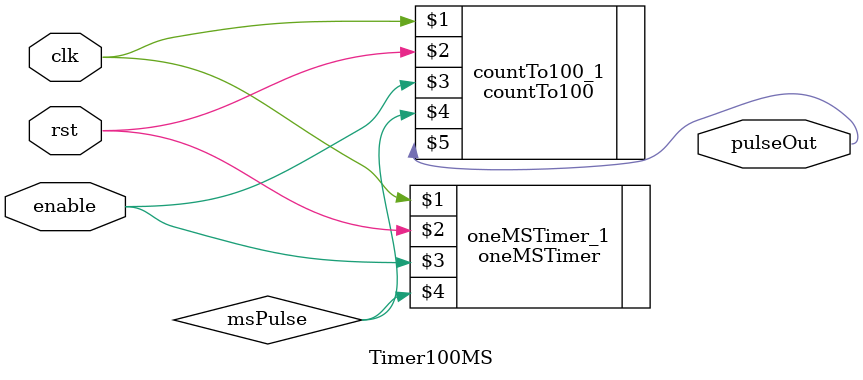
<source format=v>
module Timer100MS(clk, rst, enable, pulseOut);

	input clk, rst, enable;
	output pulseOut;
	wire msPulse;

	oneMSTimer oneMSTimer_1(clk, rst, enable, msPulse);
	countTo100 countTo100_1(clk, rst, enable, msPulse, pulseOut);
endmodule 
</source>
